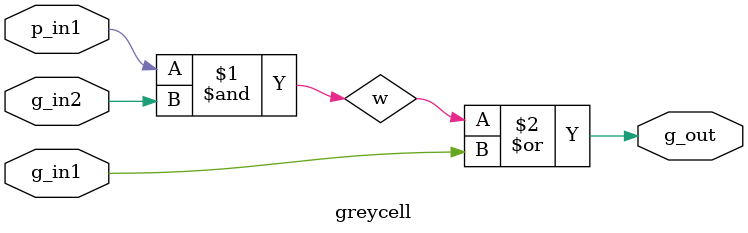
<source format=v>
module blackcell(	input g_in1,	input p_in1,	input g_in2,	input p_in2,	output g_out,	output p_out);
	
	wire w;
	
	assign w=p_in1&g_in2;
	assign g_out=w|g_in1;
	
	assign p_out=p_in1&p_in2;

endmodule

//feedthrough
module greycell(	input g_in1,	input p_in1,	input g_in2,	output g_out);
	
	wire w;
	
	assign w=p_in1&g_in2;
	assign g_out=w|g_in1;

endmodule
</source>
